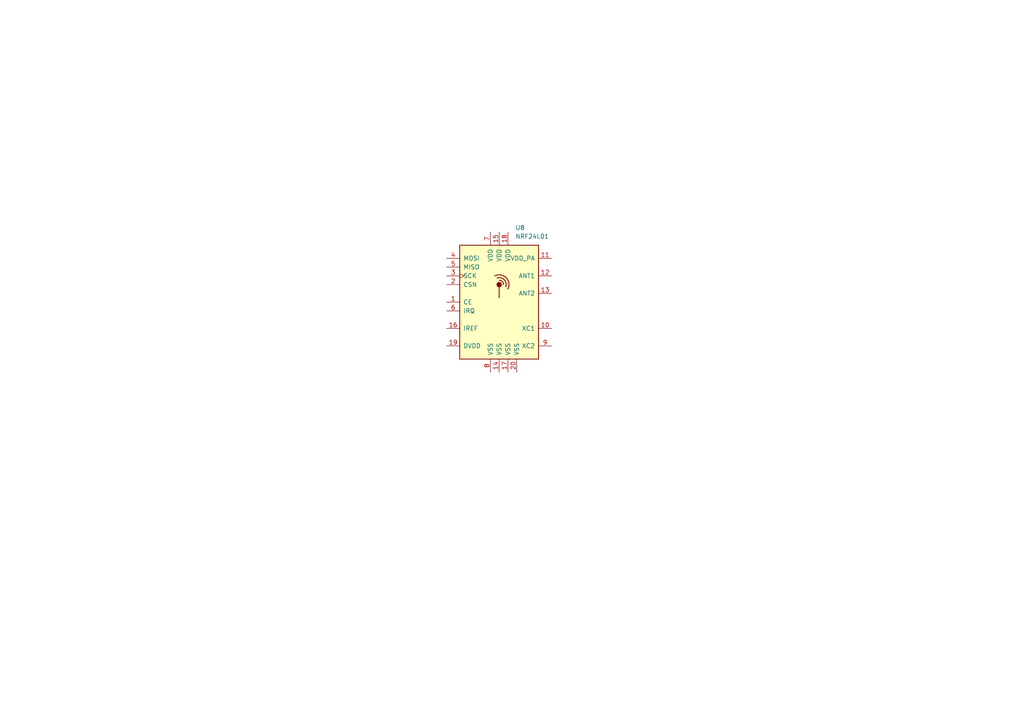
<source format=kicad_sch>
(kicad_sch (version 20250114) (generator "eeschema") (generator_version "9.0")
  (paper "A4")
  (lib_symbols
    (symbol "RF:NRF24L01" (pin_names (offset 1.016))
      (property "Reference" "U" (at -11.43 17.78 0))
      (property "Value" "NRF24L01" (at 5.08 17.78 0))
      (symbol "NRF24L01_0_1"
        (rectangle (start -11.43 16.51) (end 11.43 -16.51) (stroke (width 0.254)) (fill (type background)))
        (arc (start -1.27 7.62) (mid 2.008 7.088) (end 2.54 3.81) (stroke (width 0.254)))
        (circle (center 0 5.08) (radius 0.635) (stroke (width 0.254)) (fill (type outline)))
        (polyline (pts (xy 0 4.445) (xy 0 1.27)) (stroke (width 0.254)))
        (arc (start -0.635 6.985) (mid 1.4383 6.5183) (end 1.905 4.445) (stroke (width 0.254)))
        (arc (start 0 6.35) (mid 0.9108 5.9908) (end 1.27 5.08) (stroke (width 0.254)))
        (rectangle (start 11.43 -13.97) (end 11.43 -13.97))
      )
      (symbol "NRF24L01_1_1"
        (pin input line (at -15.24 12.7 0) (length 3.81) (name "MOSI") (number "4"))
        (pin output line (at -15.24 10.16 0) (length 3.81) (name "MISO") (number "5"))
        (pin input clock (at -15.24 7.62 0) (length 3.81) (name "SCK") (number "3"))
        (pin input line (at -15.24 5.08 0) (length 3.81) (name "CSN") (number "2"))
        (pin input line (at -15.24 0 0) (length 3.81) (name "CE") (number "1"))
        (pin output line (at -15.24 -2.54 0) (length 3.81) (name "IRQ") (number "6"))
        (pin passive line (at -15.24 -7.62 0) (length 3.81) (name "IREF") (number "16"))
        (pin power_out line (at -15.24 -12.7 0) (length 3.81) (name "DVDD") (number "19"))
        (pin power_in line (at -2.54 20.32 270) (length 3.81) (name "VDD") (number "7"))
        (pin power_in line (at -2.54 -20.32 90) (length 3.81) (name "VSS") (number "8"))
        (pin power_in line (at 0 20.32 270) (length 3.81) (name "VDD") (number "15"))
        (pin power_in line (at 0 -20.32 90) (length 3.81) (name "VSS") (number "14"))
        (pin power_in line (at 2.54 20.32 270) (length 3.81) (name "VDD") (number "18"))
        (pin power_in line (at 2.54 -20.32 90) (length 3.81) (name "VSS") (number "17"))
        (pin power_in line (at 5.08 -20.32 90) (length 3.81) (name "VSS") (number "20"))
        (pin power_out line (at 15.24 12.7 180) (length 3.81) (name "VDD_PA") (number "11"))
        (pin passive line (at 15.24 7.62 180) (length 3.81) (name "ANT1") (number "12"))
        (pin passive line (at 15.24 2.54 180) (length 3.81) (name "ANT2") (number "13"))
        (pin passive line (at 15.24 -7.62 180) (length 3.81) (name "XC1") (number "10"))
        (pin passive line (at 15.24 -12.7 180) (length 3.81) (name "XC2") (number "9"))
      )
    )
  )
  (symbol (lib_id "RF:NRF24L01") (at 144.78 87.63 0) (unit 1)
    (property "Reference" "U8" (at 149.4633 66.04 0) (effects (justify left)))
    (property "Value" "NRF24L01" (at 149.4633 68.58 0) (effects (justify left)))
    (property "Footprint" "Package_DFN_QFN:QFN-20-1EP_4x4mm_P0.5mm_EP2.5x2.5mm" (effects (hide yes)))
    (property "Datasheet" "http://www.nordicsemi.com/eng/content/download/2730/34105/file/nRF24L01_Product_Specification_v2_0.pdf" (effects (hide yes)))
    (property "Description" "Ultra low power 2.4GHz RF Transceiver, QFN-20" (effects (hide yes)))
  )
)
</source>
